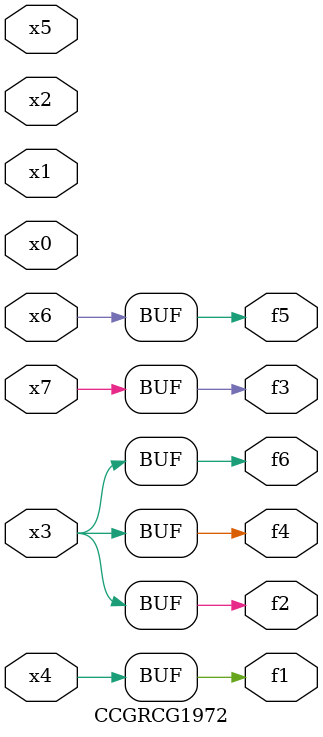
<source format=v>
module CCGRCG1972(
	input x0, x1, x2, x3, x4, x5, x6, x7,
	output f1, f2, f3, f4, f5, f6
);
	assign f1 = x4;
	assign f2 = x3;
	assign f3 = x7;
	assign f4 = x3;
	assign f5 = x6;
	assign f6 = x3;
endmodule

</source>
